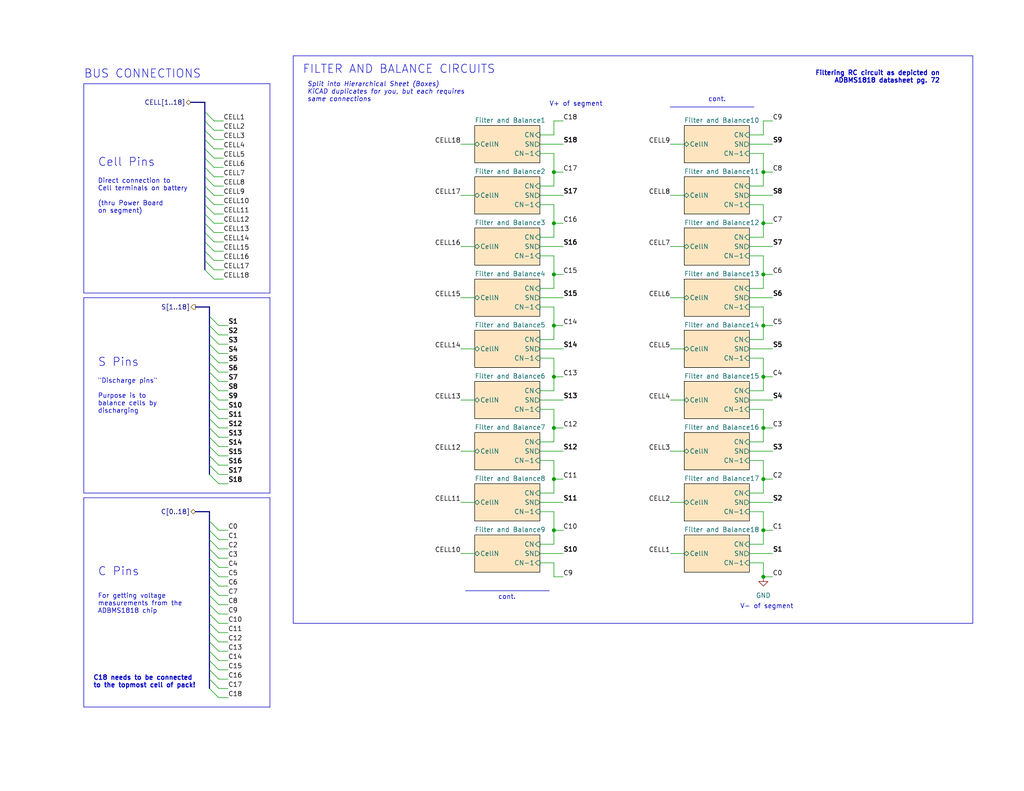
<source format=kicad_sch>
(kicad_sch (version 20230121) (generator eeschema)
  (paper "A")
  (title_block (title "MkVI BMS Cell Supervisory Circuit") (date "2022-12-04") (rev "0") (company "Olin Electric Motorsports"))
  (lib_symbols
    (symbol "power:GND" (power) (pin_names (offset 0))
      (property "Value" "GND" (at 0 -3.81 0))
      (symbol "GND_0_1"
        (polyline (pts (xy 0 0) (xy 0 -1.27) (xy 1.27 -1.27) (xy 0 -2.54) (xy -1.27 -1.27) (xy 0 -1.27)))
      )
      (symbol "GND_1_1"
        (pin power_in line (at 0 0 270) (length 0) hide (name "GND") (number "1"))
      )
    )
  )
  (junction (at 208.28 157.48))
  (junction (at 151.13 116.84))
  (junction (at 208.28 88.9))
  (junction (at 208.28 74.93))
  (junction (at 208.28 46.99))
  (junction (at 151.13 88.9))
  (junction (at 151.13 102.87))
  (junction (at 208.28 116.84))
  (junction (at 151.13 130.81))
  (junction (at 151.13 46.99))
  (junction (at 208.28 102.87))
  (junction (at 151.13 144.78))
  (junction (at 208.28 60.96))
  (junction (at 151.13 74.93))
  (junction (at 151.13 60.96))
  (junction (at 208.28 130.81))
  (junction (at 208.28 144.78))
  (bus_entry (at 55.88 50.8) (size 2.54 2.54))
  (bus_entry (at 57.15 185.42) (size 2.54 2.54))
  (bus_entry (at 57.15 172.72) (size 2.54 2.54))
  (bus_entry (at 57.15 147.32) (size 2.54 2.54))
  (bus_entry (at 57.15 96.52) (size 2.54 2.54))
  (bus_entry (at 57.15 170.18) (size 2.54 2.54))
  (bus_entry (at 55.88 68.58) (size 2.54 2.54))
  (bus_entry (at 57.15 149.86) (size 2.54 2.54))
  (bus_entry (at 57.15 93.98) (size 2.54 2.54))
  (bus_entry (at 55.88 55.88) (size 2.54 2.54))
  (bus_entry (at 57.15 182.88) (size 2.54 2.54))
  (bus_entry (at 55.88 58.42) (size 2.54 2.54))
  (bus_entry (at 57.15 144.78) (size 2.54 2.54))
  (bus_entry (at 57.15 124.46) (size 2.54 2.54))
  (bus_entry (at 57.15 116.84) (size 2.54 2.54))
  (bus_entry (at 55.88 40.64) (size 2.54 2.54))
  (bus_entry (at 57.15 154.94) (size 2.54 2.54))
  (bus_entry (at 55.88 45.72) (size 2.54 2.54))
  (bus_entry (at 57.15 106.68) (size 2.54 2.54))
  (bus_entry (at 55.88 73.66) (size 2.54 2.54))
  (bus_entry (at 57.15 180.34) (size 2.54 2.54))
  (bus_entry (at 57.15 99.06) (size 2.54 2.54))
  (bus_entry (at 55.88 35.56) (size 2.54 2.54))
  (bus_entry (at 57.15 187.96) (size 2.54 2.54))
  (bus_entry (at 57.15 88.9) (size 2.54 2.54))
  (bus_entry (at 57.15 121.92) (size 2.54 2.54))
  (bus_entry (at 55.88 48.26) (size 2.54 2.54))
  (bus_entry (at 55.88 43.18) (size 2.54 2.54))
  (bus_entry (at 57.15 152.4) (size 2.54 2.54))
  (bus_entry (at 57.15 109.22) (size 2.54 2.54))
  (bus_entry (at 57.15 175.26) (size 2.54 2.54))
  (bus_entry (at 55.88 33.02) (size 2.54 2.54))
  (bus_entry (at 57.15 167.64) (size 2.54 2.54))
  (bus_entry (at 55.88 30.48) (size 2.54 2.54))
  (bus_entry (at 57.15 162.56) (size 2.54 2.54))
  (bus_entry (at 57.15 86.36) (size 2.54 2.54))
  (bus_entry (at 57.15 165.1) (size 2.54 2.54))
  (bus_entry (at 57.15 119.38) (size 2.54 2.54))
  (bus_entry (at 57.15 129.54) (size 2.54 2.54))
  (bus_entry (at 57.15 111.76) (size 2.54 2.54))
  (bus_entry (at 57.15 127) (size 2.54 2.54))
  (bus_entry (at 57.15 101.6) (size 2.54 2.54))
  (bus_entry (at 57.15 177.8) (size 2.54 2.54))
  (bus_entry (at 55.88 38.1) (size 2.54 2.54))
  (bus_entry (at 57.15 157.48) (size 2.54 2.54))
  (bus_entry (at 57.15 114.3) (size 2.54 2.54))
  (bus_entry (at 55.88 60.96) (size 2.54 2.54))
  (bus_entry (at 55.88 53.34) (size 2.54 2.54))
  (bus_entry (at 55.88 71.12) (size 2.54 2.54))
  (bus_entry (at 57.15 104.14) (size 2.54 2.54))
  (bus_entry (at 57.15 160.02) (size 2.54 2.54))
  (bus_entry (at 55.88 66.04) (size 2.54 2.54))
  (bus_entry (at 55.88 63.5) (size 2.54 2.54))
  (bus_entry (at 57.15 91.44) (size 2.54 2.54))
  (bus_entry (at 57.15 142.24) (size 2.54 2.54))
  (wire (pts (xy 186.69 137.16) (xy 182.88 137.16)))
  (bus (pts (xy 57.15 109.22) (xy 57.15 111.76)))
  (bus (pts (xy 57.15 104.14) (xy 57.15 106.68)))
  (wire (pts (xy 147.32 69.85) (xy 151.13 69.85)))
  (wire (pts (xy 59.69 116.84) (xy 62.23 116.84)))
  (wire (pts (xy 58.42 45.72) (xy 60.96 45.72)))
  (bus (pts (xy 57.15 99.06) (xy 57.15 101.6)))
  (wire (pts (xy 59.69 182.88) (xy 62.23 182.88)))
  (wire (pts (xy 204.47 151.13) (xy 210.82 151.13)))
  (bus (pts (xy 55.88 50.8) (xy 55.88 53.34)))
  (bus (pts (xy 57.15 175.26) (xy 57.15 177.8)))
  (wire (pts (xy 59.69 132.08) (xy 62.23 132.08)))
  (bus (pts (xy 57.15 149.86) (xy 57.15 152.4)))
  (wire (pts (xy 151.13 41.91) (xy 147.32 41.91)))
  (wire (pts (xy 59.69 104.14) (xy 62.23 104.14)))
  (bus (pts (xy 57.15 96.52) (xy 57.15 99.06)))
  (polyline (pts (xy 22.86 135.89) (xy 73.66 135.89)))
  (wire (pts (xy 151.13 106.68) (xy 147.32 106.68)))
  (wire (pts (xy 186.69 39.37) (xy 182.88 39.37)))
  (wire (pts (xy 151.13 111.76) (xy 151.13 116.84)))
  (wire (pts (xy 151.13 130.81) (xy 153.67 130.81)))
  (wire (pts (xy 204.47 53.34) (xy 210.82 53.34)))
  (bus (pts (xy 57.15 154.94) (xy 57.15 157.48)))
  (polyline (pts (xy 127 161.29) (xy 149.86 161.29)))
  (wire (pts (xy 129.54 109.22) (xy 125.73 109.22)))
  (wire (pts (xy 208.28 55.88) (xy 208.28 60.96)))
  (wire (pts (xy 129.54 39.37) (xy 125.73 39.37)))
  (wire (pts (xy 208.28 116.84) (xy 210.82 116.84)))
  (wire (pts (xy 151.13 60.96) (xy 151.13 55.88)))
  (bus (pts (xy 57.15 91.44) (xy 57.15 93.98)))
  (bus (pts (xy 55.88 40.64) (xy 55.88 43.18)))
  (wire (pts (xy 151.13 125.73) (xy 151.13 130.81)))
  (bus (pts (xy 55.88 35.56) (xy 55.88 38.1)))
  (bus (pts (xy 55.88 68.58) (xy 55.88 71.12)))
  (wire (pts (xy 58.42 33.02) (xy 60.96 33.02)))
  (bus (pts (xy 57.15 160.02) (xy 57.15 162.56)))
  (bus (pts (xy 57.15 119.38) (xy 57.15 121.92)))
  (bus (pts (xy 53.34 83.82) (xy 57.15 83.82)))
  (wire (pts (xy 208.28 102.87) (xy 208.28 106.68)))
  (wire (pts (xy 186.69 53.34) (xy 182.88 53.34)))
  (wire (pts (xy 204.47 69.85) (xy 208.28 69.85)))
  (bus (pts (xy 57.15 88.9) (xy 57.15 91.44)))
  (bus (pts (xy 57.15 144.78) (xy 57.15 147.32)))
  (polyline (pts (xy 80.01 170.18) (xy 265.43 170.18)))
  (wire (pts (xy 151.13 148.59) (xy 147.32 148.59)))
  (wire (pts (xy 58.42 60.96) (xy 60.96 60.96)))
  (wire (pts (xy 59.69 99.06) (xy 62.23 99.06)))
  (wire (pts (xy 204.47 81.28) (xy 210.82 81.28)))
  (wire (pts (xy 147.32 81.28) (xy 153.67 81.28)))
  (wire (pts (xy 151.13 120.65) (xy 147.32 120.65)))
  (wire (pts (xy 208.28 139.7) (xy 208.28 144.78)))
  (bus (pts (xy 57.15 139.7) (xy 57.15 142.24)))
  (wire (pts (xy 147.32 111.76) (xy 151.13 111.76)))
  (wire (pts (xy 208.28 69.85) (xy 208.28 74.93)))
  (wire (pts (xy 151.13 92.71) (xy 151.13 88.9)))
  (wire (pts (xy 204.47 83.82) (xy 208.28 83.82)))
  (bus (pts (xy 55.88 63.5) (xy 55.88 66.04)))
  (wire (pts (xy 147.32 64.77) (xy 151.13 64.77)))
  (bus (pts (xy 55.88 71.12) (xy 55.88 73.66)))
  (wire (pts (xy 186.69 109.22) (xy 182.88 109.22)))
  (wire (pts (xy 151.13 74.93) (xy 151.13 78.74)))
  (wire (pts (xy 151.13 46.99) (xy 151.13 50.8)))
  (polyline (pts (xy 22.86 81.28) (xy 73.66 81.28)))
  (bus (pts (xy 57.15 162.56) (xy 57.15 165.1)))
  (wire (pts (xy 59.69 175.26) (xy 62.23 175.26)))
  (wire (pts (xy 208.28 92.71) (xy 204.47 92.71)))
  (wire (pts (xy 59.69 96.52) (xy 62.23 96.52)))
  (bus (pts (xy 57.15 86.36) (xy 57.15 88.9)))
  (wire (pts (xy 59.69 154.94) (xy 62.23 154.94)))
  (bus (pts (xy 55.88 45.72) (xy 55.88 48.26)))
  (wire (pts (xy 204.47 120.65) (xy 208.28 120.65)))
  (wire (pts (xy 59.69 160.02) (xy 62.23 160.02)))
  (polyline (pts (xy 22.86 22.86) (xy 73.66 22.86)))
  (bus (pts (xy 57.15 93.98) (xy 57.15 96.52)))
  (wire (pts (xy 147.32 137.16) (xy 153.67 137.16)))
  (wire (pts (xy 58.42 35.56) (xy 60.96 35.56)))
  (wire (pts (xy 208.28 33.02) (xy 210.82 33.02)))
  (wire (pts (xy 204.47 67.31) (xy 210.82 67.31)))
  (wire (pts (xy 151.13 46.99) (xy 153.67 46.99)))
  (bus (pts (xy 57.15 152.4) (xy 57.15 154.94)))
  (wire (pts (xy 59.69 177.8) (xy 62.23 177.8)))
  (wire (pts (xy 58.42 50.8) (xy 60.96 50.8)))
  (wire (pts (xy 59.69 109.22) (xy 62.23 109.22)))
  (bus (pts (xy 55.88 27.94) (xy 55.88 30.48)))
  (wire (pts (xy 208.28 78.74) (xy 204.47 78.74)))
  (wire (pts (xy 129.54 81.28) (xy 125.73 81.28)))
  (wire (pts (xy 204.47 123.19) (xy 210.82 123.19)))
  (polyline (pts (xy 22.86 81.28) (xy 22.86 134.62)))
  (wire (pts (xy 204.47 125.73) (xy 208.28 125.73)))
  (wire (pts (xy 59.69 165.1) (xy 62.23 165.1)))
  (wire (pts (xy 208.28 144.78) (xy 210.82 144.78)))
  (wire (pts (xy 59.69 162.56) (xy 62.23 162.56)))
  (wire (pts (xy 59.69 106.68) (xy 62.23 106.68)))
  (wire (pts (xy 186.69 123.19) (xy 182.88 123.19)))
  (wire (pts (xy 59.69 147.32) (xy 62.23 147.32)))
  (wire (pts (xy 58.42 48.26) (xy 60.96 48.26)))
  (wire (pts (xy 147.32 39.37) (xy 153.67 39.37)))
  (wire (pts (xy 151.13 69.85) (xy 151.13 74.93)))
  (wire (pts (xy 208.28 64.77) (xy 204.47 64.77)))
  (wire (pts (xy 59.69 152.4) (xy 62.23 152.4)))
  (wire (pts (xy 59.69 167.64) (xy 62.23 167.64)))
  (wire (pts (xy 147.32 67.31) (xy 153.67 67.31)))
  (polyline (pts (xy 22.86 22.86) (xy 22.86 80.01)))
  (wire (pts (xy 208.28 111.76) (xy 204.47 111.76)))
  (wire (pts (xy 186.69 67.31) (xy 182.88 67.31)))
  (wire (pts (xy 208.28 125.73) (xy 208.28 130.81)))
  (wire (pts (xy 147.32 50.8) (xy 151.13 50.8)))
  (wire (pts (xy 208.28 153.67) (xy 208.28 157.48)))
  (wire (pts (xy 204.47 55.88) (xy 208.28 55.88)))
  (bus (pts (xy 57.15 101.6) (xy 57.15 104.14)))
  (bus (pts (xy 57.15 116.84) (xy 57.15 119.38)))
  (wire (pts (xy 147.32 109.22) (xy 153.67 109.22)))
  (wire (pts (xy 58.42 73.66) (xy 60.96 73.66)))
  (bus (pts (xy 55.88 66.04) (xy 55.88 68.58)))
  (wire (pts (xy 129.54 137.16) (xy 125.73 137.16)))
  (wire (pts (xy 153.67 33.02) (xy 151.13 33.02)))
  (wire (pts (xy 208.28 97.79) (xy 208.28 102.87)))
  (bus (pts (xy 57.15 121.92) (xy 57.15 124.46)))
  (wire (pts (xy 58.42 63.5) (xy 60.96 63.5)))
  (bus (pts (xy 57.15 172.72) (xy 57.15 175.26)))
  (wire (pts (xy 208.28 144.78) (xy 208.28 148.59)))
  (wire (pts (xy 208.28 74.93) (xy 210.82 74.93)))
  (wire (pts (xy 59.69 170.18) (xy 62.23 170.18)))
  (bus (pts (xy 57.15 127) (xy 57.15 129.54)))
  (bus (pts (xy 57.15 165.1) (xy 57.15 167.64)))
  (wire (pts (xy 58.42 71.12) (xy 60.96 71.12)))
  (wire (pts (xy 151.13 83.82) (xy 147.32 83.82)))
  (wire (pts (xy 208.28 120.65) (xy 208.28 116.84)))
  (wire (pts (xy 59.69 190.5) (xy 62.23 190.5)))
  (polyline (pts (xy 73.66 193.04) (xy 22.86 193.04)))
  (bus (pts (xy 57.15 170.18) (xy 57.15 172.72)))
  (bus (pts (xy 57.15 180.34) (xy 57.15 182.88)))
  (wire (pts (xy 151.13 64.77) (xy 151.13 60.96)))
  (polyline (pts (xy 73.66 80.01) (xy 22.86 80.01)))
  (wire (pts (xy 208.28 33.02) (xy 208.28 36.83)))
  (wire (pts (xy 204.47 139.7) (xy 208.28 139.7)))
  (wire (pts (xy 147.32 95.25) (xy 153.67 95.25)))
  (wire (pts (xy 129.54 123.19) (xy 125.73 123.19)))
  (wire (pts (xy 58.42 68.58) (xy 60.96 68.58)))
  (wire (pts (xy 208.28 130.81) (xy 208.28 134.62)))
  (wire (pts (xy 204.47 97.79) (xy 208.28 97.79)))
  (bus (pts (xy 55.88 38.1) (xy 55.88 40.64)))
  (wire (pts (xy 59.69 121.92) (xy 62.23 121.92)))
  (wire (pts (xy 151.13 46.99) (xy 151.13 41.91)))
  (bus (pts (xy 52.07 27.94) (xy 55.88 27.94)))
  (wire (pts (xy 147.32 92.71) (xy 151.13 92.71)))
  (wire (pts (xy 59.69 149.86) (xy 62.23 149.86)))
  (wire (pts (xy 151.13 116.84) (xy 153.67 116.84)))
  (bus (pts (xy 55.88 60.96) (xy 55.88 63.5)))
  (wire (pts (xy 58.42 38.1) (xy 60.96 38.1)))
  (wire (pts (xy 208.28 60.96) (xy 208.28 64.77)))
  (wire (pts (xy 59.69 127) (xy 62.23 127)))
  (wire (pts (xy 58.42 76.2) (xy 60.96 76.2)))
  (wire (pts (xy 204.47 41.91) (xy 208.28 41.91)))
  (bus (pts (xy 55.88 43.18) (xy 55.88 45.72)))
  (wire (pts (xy 208.28 60.96) (xy 210.82 60.96)))
  (wire (pts (xy 58.42 53.34) (xy 60.96 53.34)))
  (wire (pts (xy 151.13 78.74) (xy 147.32 78.74)))
  (bus (pts (xy 55.88 55.88) (xy 55.88 58.42)))
  (bus (pts (xy 53.34 139.7) (xy 57.15 139.7)))
  (wire (pts (xy 208.28 50.8) (xy 204.47 50.8)))
  (wire (pts (xy 204.47 153.67) (xy 208.28 153.67)))
  (wire (pts (xy 58.42 58.42) (xy 60.96 58.42)))
  (wire (pts (xy 208.28 134.62) (xy 204.47 134.62)))
  (wire (pts (xy 208.28 83.82) (xy 208.28 88.9)))
  (wire (pts (xy 58.42 66.04) (xy 60.96 66.04)))
  (bus (pts (xy 55.88 48.26) (xy 55.88 50.8)))
  (wire (pts (xy 151.13 74.93) (xy 153.67 74.93)))
  (wire (pts (xy 129.54 151.13) (xy 125.73 151.13)))
  (wire (pts (xy 59.69 187.96) (xy 62.23 187.96)))
  (polyline (pts (xy 73.66 22.86) (xy 73.66 80.01)))
  (wire (pts (xy 186.69 151.13) (xy 182.88 151.13)))
  (wire (pts (xy 208.28 41.91) (xy 208.28 46.99)))
  (wire (pts (xy 59.69 88.9) (xy 62.23 88.9)))
  (wire (pts (xy 147.32 139.7) (xy 151.13 139.7)))
  (wire (pts (xy 151.13 36.83) (xy 147.32 36.83)))
  (wire (pts (xy 208.28 74.93) (xy 208.28 78.74)))
  (bus (pts (xy 55.88 30.48) (xy 55.88 33.02)))
  (wire (pts (xy 147.32 53.34) (xy 153.67 53.34)))
  (bus (pts (xy 55.88 53.34) (xy 55.88 55.88)))
  (wire (pts (xy 59.69 157.48) (xy 62.23 157.48)))
  (wire (pts (xy 208.28 46.99) (xy 210.82 46.99)))
  (polyline (pts (xy 265.43 170.18) (xy 265.43 15.24)))
  (wire (pts (xy 204.47 95.25) (xy 210.82 95.25)))
  (polyline (pts (xy 73.66 81.28) (xy 73.66 134.62)))
  (wire (pts (xy 59.69 119.38) (xy 62.23 119.38)))
  (wire (pts (xy 129.54 95.25) (xy 125.73 95.25)))
  (polyline (pts (xy 80.01 15.24) (xy 80.01 170.18)))
  (wire (pts (xy 58.42 43.18) (xy 60.96 43.18)))
  (wire (pts (xy 151.13 55.88) (xy 147.32 55.88)))
  (wire (pts (xy 59.69 93.98) (xy 62.23 93.98)))
  (wire (pts (xy 59.69 185.42) (xy 62.23 185.42)))
  (bus (pts (xy 55.88 58.42) (xy 55.88 60.96)))
  (bus (pts (xy 57.15 114.3) (xy 57.15 116.84)))
  (wire (pts (xy 58.42 40.64) (xy 60.96 40.64)))
  (wire (pts (xy 151.13 97.79) (xy 151.13 102.87)))
  (wire (pts (xy 147.32 151.13) (xy 153.67 151.13)))
  (bus (pts (xy 57.15 167.64) (xy 57.15 170.18)))
  (bus (pts (xy 57.15 106.68) (xy 57.15 109.22)))
  (wire (pts (xy 151.13 139.7) (xy 151.13 144.78)))
  (bus (pts (xy 57.15 124.46) (xy 57.15 127)))
  (wire (pts (xy 59.69 124.46) (xy 62.23 124.46)))
  (wire (pts (xy 208.28 116.84) (xy 208.28 111.76)))
  (wire (pts (xy 147.32 153.67) (xy 151.13 153.67)))
  (bus (pts (xy 55.88 33.02) (xy 55.88 35.56)))
  (wire (pts (xy 151.13 116.84) (xy 151.13 120.65)))
  (polyline (pts (xy 205.74 29.21) (xy 182.88 29.21)))
  (polyline (pts (xy 73.66 134.62) (xy 22.86 134.62)))
  (bus (pts (xy 57.15 177.8) (xy 57.15 180.34)))
  (wire (pts (xy 59.69 172.72) (xy 62.23 172.72)))
  (bus (pts (xy 57.15 157.48) (xy 57.15 160.02)))
  (wire (pts (xy 59.69 144.78) (xy 62.23 144.78)))
  (wire (pts (xy 59.69 111.76) (xy 62.23 111.76)))
  (wire (pts (xy 208.28 130.81) (xy 210.82 130.81)))
  (bus (pts (xy 57.15 185.42) (xy 57.15 187.96)))
  (wire (pts (xy 204.47 36.83) (xy 208.28 36.83)))
  (wire (pts (xy 147.32 125.73) (xy 151.13 125.73)))
  (wire (pts (xy 59.69 101.6) (xy 62.23 101.6)))
  (wire (pts (xy 59.69 114.3) (xy 62.23 114.3)))
  (bus (pts (xy 57.15 83.82) (xy 57.15 86.36)))
  (wire (pts (xy 59.69 91.44) (xy 62.23 91.44)))
  (wire (pts (xy 208.28 157.48) (xy 210.82 157.48)))
  (wire (pts (xy 147.32 97.79) (xy 151.13 97.79)))
  (wire (pts (xy 208.28 148.59) (xy 204.47 148.59)))
  (wire (pts (xy 208.28 106.68) (xy 204.47 106.68)))
  (wire (pts (xy 129.54 67.31) (xy 125.73 67.31)))
  (wire (pts (xy 151.13 130.81) (xy 151.13 134.62)))
  (wire (pts (xy 186.69 95.25) (xy 182.88 95.25)))
  (wire (pts (xy 208.28 88.9) (xy 210.82 88.9)))
  (wire (pts (xy 59.69 129.54) (xy 62.23 129.54)))
  (wire (pts (xy 151.13 102.87) (xy 153.67 102.87)))
  (wire (pts (xy 151.13 88.9) (xy 153.67 88.9)))
  (bus (pts (xy 57.15 147.32) (xy 57.15 149.86)))
  (wire (pts (xy 59.69 180.34) (xy 62.23 180.34)))
  (wire (pts (xy 204.47 109.22) (xy 210.82 109.22)))
  (wire (pts (xy 208.28 46.99) (xy 208.28 50.8)))
  (wire (pts (xy 151.13 33.02) (xy 151.13 36.83)))
  (wire (pts (xy 151.13 102.87) (xy 151.13 106.68)))
  (wire (pts (xy 151.13 60.96) (xy 153.67 60.96)))
  (wire (pts (xy 151.13 144.78) (xy 151.13 148.59)))
  (wire (pts (xy 204.47 137.16) (xy 210.82 137.16)))
  (bus (pts (xy 57.15 182.88) (xy 57.15 185.42)))
  (wire (pts (xy 208.28 88.9) (xy 208.28 92.71)))
  (wire (pts (xy 129.54 53.34) (xy 125.73 53.34)))
  (polyline (pts (xy 22.86 135.89) (xy 22.86 193.04)))
  (wire (pts (xy 147.32 123.19) (xy 153.67 123.19)))
  (bus (pts (xy 57.15 111.76) (xy 57.15 114.3)))
  (polyline (pts (xy 265.43 15.24) (xy 80.01 15.24)))
  (bus (pts (xy 57.15 142.24) (xy 57.15 144.78)))
  (wire (pts (xy 151.13 153.67) (xy 151.13 157.48)))
  (wire (pts (xy 208.28 102.87) (xy 210.82 102.87)))
  (wire (pts (xy 151.13 144.78) (xy 153.67 144.78)))
  (wire (pts (xy 151.13 134.62) (xy 147.32 134.62)))
  (wire (pts (xy 151.13 88.9) (xy 151.13 83.82)))
  (wire (pts (xy 58.42 55.88) (xy 60.96 55.88)))
  (wire (pts (xy 151.13 157.48) (xy 153.67 157.48)))
  (wire (pts (xy 186.69 81.28) (xy 182.88 81.28)))
  (polyline (pts (xy 73.66 135.89) (xy 73.66 193.04)))
  (wire (pts (xy 204.47 39.37) (xy 210.82 39.37)))
  (text "BUS CONNECTIONS" (at 22.86 21.59 0) (effects (font (size 2.2606 2.2606)) (justify left bottom)))
  (text "C18 needs to be connected\nto the topmost cell of pack!" (at 25.4 187.96 0) (effects (font (size 1.27 1.27) (thickness 0.254) bold) (justify left bottom)))
  (text "For getting voltage\nmeasurements from the\nADBMS1818 chip" (at 26.67 167.64 0) (effects (font (size 1.27 1.27)) (justify left bottom)))
  (text "cont." (at 135.89 163.83 0) (effects (font (size 1.27 1.27)) (justify left bottom)))
  (text "Cell Pins" (at 26.67 45.72 0) (effects (font (size 2.2606 2.2606)) (justify left bottom)))
  (text "Direct connection to\nCell terminals on battery\n\n(thru Power Board\non segment)" (at 26.67 58.42 0) (effects (font (size 1.27 1.27)) (justify left bottom)))
  (text "cont." (at 198.12 27.94 0) (effects (font (size 1.27 1.27)) (justify right bottom)))
  (text "C Pins" (at 26.67 157.48 0) (effects (font (size 2.2606 2.2606)) (justify left bottom)))
  (text "V+ of segment" (at 149.86 29.21 0) (effects (font (size 1.27 1.27)) (justify left bottom)))
  (text "Filtering RC circuit as depicted on\nADBMS1818 datasheet pg. 72" (at 256.54 22.86 0) (effects (font (size 1.27 1.27) (thickness 0.254) bold) (justify right bottom)))
  (text "V- of segment" (at 201.93 166.37 0) (effects (font (size 1.27 1.27)) (justify left bottom)))
  (text "FILTER AND BALANCE CIRCUITS" (at 82.55 20.32 0) (effects (font (size 2.2606 2.2606)) (justify left bottom)))
  (text "S Pins" (at 26.67 100.33 0) (effects (font (size 2.2606 2.2606)) (justify left bottom)))
  (text "\"Discharge pins\"\n\nPurpose is to\nbalance cells by\ndischarging" (at 26.67 113.03 0) (effects (font (size 1.27 1.27)) (justify left bottom)))
  (text "Split into Hierarchical Sheet (Boxes)\nKiCAD duplicates for you, but each requires\nsame connections" (at 83.82 27.94 0) (effects (font (size 1.27 1.27) italic) (justify left bottom)))
  (label "C9" (at 62.23 167.64 0))
  (label "S12" (at 153.67 123.19 0) (effects (font (thickness 0.254) bold)))
  (label "CELL16" (at 125.73 67.31 180))
  (label "CELL8" (at 60.96 50.8 0))
  (label "S5" (at 62.23 99.06 0) (effects (font (thickness 0.254) bold)))
  (label "C3" (at 210.82 116.84 0))
  (label "CELL16" (at 60.96 71.12 0))
  (label "S11" (at 153.67 137.16 0) (effects (font (thickness 0.254) bold)))
  (label "C18" (at 153.67 33.02 0))
  (label "C16" (at 153.67 60.96 0))
  (label "S13" (at 62.23 119.38 0) (effects (font (thickness 0.254) bold)))
  (label "CELL6" (at 182.88 81.28 180))
  (label "S18" (at 62.23 132.08 0) (effects (font (thickness 0.254) bold)))
  (label "S8" (at 210.82 53.34 0) (effects (font (thickness 0.254) bold)))
  (label "CELL3" (at 182.88 123.19 180))
  (label "CELL10" (at 60.96 55.88 0))
  (label "CELL10" (at 125.73 151.13 180))
  (label "S10" (at 153.67 151.13 0) (effects (font (thickness 0.254) bold)))
  (label "S9" (at 62.23 109.22 0) (effects (font (thickness 0.254) bold)))
  (label "CELL5" (at 60.96 43.18 0))
  (label "C7" (at 210.82 60.96 0))
  (label "CELL12" (at 60.96 60.96 0))
  (label "CELL13" (at 60.96 63.5 0))
  (label "C10" (at 153.67 144.78 0))
  (label "C6" (at 210.82 74.93 0))
  (label "C2" (at 210.82 130.81 0))
  (label "C11" (at 62.23 172.72 0))
  (label "S1" (at 210.82 151.13 0) (effects (font (thickness 0.254) bold)))
  (label "C15" (at 62.23 182.88 0))
  (label "S3" (at 210.82 123.19 0) (effects (font (thickness 0.254) bold)))
  (label "CELL7" (at 60.96 48.26 0))
  (label "C10" (at 62.23 170.18 0))
  (label "C13" (at 62.23 177.8 0))
  (label "S4" (at 210.82 109.22 0) (effects (font (thickness 0.254) bold)))
  (label "CELL15" (at 60.96 68.58 0))
  (label "C11" (at 153.67 130.81 0))
  (label "C6" (at 62.23 160.02 0))
  (label "C17" (at 153.67 46.99 0))
  (label "CELL2" (at 182.88 137.16 180))
  (label "C8" (at 210.82 46.99 0))
  (label "S16" (at 62.23 127 0) (effects (font (thickness 0.254) bold)))
  (label "C13" (at 153.67 102.87 0))
  (label "C12" (at 153.67 116.84 0))
  (label "S16" (at 153.67 67.31 0) (effects (font (thickness 0.254) bold)))
  (label "S17" (at 153.67 53.34 0) (effects (font (thickness 0.254) bold)))
  (label "S2" (at 210.82 137.16 0) (effects (font (thickness 0.254) bold)))
  (label "S4" (at 62.23 96.52 0) (effects (font (thickness 0.254) bold)))
  (label "C0" (at 210.82 157.48 0))
  (label "S8" (at 62.23 106.68 0) (effects (font (thickness 0.254) bold)))
  (label "C15" (at 153.67 74.93 0))
  (label "S12" (at 62.23 116.84 0) (effects (font (thickness 0.254) bold)))
  (label "CELL18" (at 60.96 76.2 0))
  (label "S7" (at 62.23 104.14 0) (effects (font (thickness 0.254) bold)))
  (label "S18" (at 153.67 39.37 0) (effects (font (thickness 0.254) bold)))
  (label "C8" (at 62.23 165.1 0))
  (label "S11" (at 62.23 114.3 0) (effects (font (thickness 0.254) bold)))
  (label "CELL9" (at 60.96 53.34 0))
  (label "C5" (at 210.82 88.9 0))
  (label "CELL11" (at 60.96 58.42 0))
  (label "S1" (at 62.23 88.9 0) (effects (font (thickness 0.254) bold)))
  (label "CELL12" (at 125.73 123.19 180))
  (label "C4" (at 210.82 102.87 0))
  (label "C4" (at 62.23 154.94 0))
  (label "CELL11" (at 125.73 137.16 180))
  (label "CELL4" (at 182.88 109.22 180))
  (label "S5" (at 210.82 95.25 0) (effects (font (thickness 0.254) bold)))
  (label "CELL14" (at 125.73 95.25 180))
  (label "S2" (at 62.23 91.44 0) (effects (font (thickness 0.254) bold)))
  (label "S3" (at 62.23 93.98 0) (effects (font (thickness 0.254) bold)))
  (label "C16" (at 62.23 185.42 0))
  (label "C7" (at 62.23 162.56 0))
  (label "CELL15" (at 125.73 81.28 180))
  (label "C1" (at 210.82 144.78 0))
  (label "CELL18" (at 125.73 39.37 180))
  (label "S13" (at 153.67 109.22 0) (effects (font (thickness 0.254) bold)))
  (label "CELL1" (at 182.88 151.13 180))
  (label "CELL9" (at 182.88 39.37 180))
  (label "CELL6" (at 60.96 45.72 0))
  (label "C14" (at 153.67 88.9 0))
  (label "S6" (at 62.23 101.6 0) (effects (font (thickness 0.254) bold)))
  (label "CELL1" (at 60.96 33.02 0))
  (label "CELL13" (at 125.73 109.22 180))
  (label "C2" (at 62.23 149.86 0))
  (label "S14" (at 153.67 95.25 0) (effects (font (thickness 0.254) bold)))
  (label "CELL17" (at 60.96 73.66 0))
  (label "S6" (at 210.82 81.28 0) (effects (font (thickness 0.254) bold)))
  (label "C0" (at 62.23 144.78 0))
  (label "CELL4" (at 60.96 40.64 0))
  (label "CELL3" (at 60.96 38.1 0))
  (label "CELL7" (at 182.88 67.31 180))
  (label "CELL2" (at 60.96 35.56 0))
  (label "S7" (at 210.82 67.31 0) (effects (font (thickness 0.254) bold)))
  (label "C5" (at 62.23 157.48 0))
  (label "S14" (at 62.23 121.92 0) (effects (font (thickness 0.254) bold)))
  (label "C9" (at 210.82 33.02 0))
  (label "S17" (at 62.23 129.54 0) (effects (font (thickness 0.254) bold)))
  (label "C9" (at 153.67 157.48 0))
  (label "CELL8" (at 182.88 53.34 180))
  (label "S9" (at 210.82 39.37 0) (effects (font (thickness 0.254) bold)))
  (label "S10" (at 62.23 111.76 0) (effects (font (thickness 0.254) bold)))
  (label "CELL14" (at 60.96 66.04 0))
  (label "CELL5" (at 182.88 95.25 180))
  (label "C14" (at 62.23 180.34 0))
  (label "C18" (at 62.23 190.5 0))
  (label "C12" (at 62.23 175.26 0))
  (label "CELL17" (at 125.73 53.34 180))
  (label "S15" (at 153.67 81.28 0) (effects (font (thickness 0.254) bold)))
  (label "S15" (at 62.23 124.46 0) (effects (font (thickness 0.254) bold)))
  (label "C1" (at 62.23 147.32 0))
  (label "C3" (at 62.23 152.4 0))
  (label "C17" (at 62.23 187.96 0))
  (hierarchical_label "C[0..18]" (shape bidirectional) (at 53.34 139.7 180))
  (hierarchical_label "CELL[1..18]" (shape bidirectional) (at 52.07 27.94 180))
  (hierarchical_label "S[1..18]" (shape output) (at 53.34 83.82 180))
  (symbol (lib_id "power:GND") (at 208.28 157.48 0) (unit 1)
    (property "Reference" "#PWR?" (effects hide))
    (property "Value" "GND" (at 208.28 162.56 0))
  )
  (sheet (at 186.69 62.23) (size 17.78 10.16) (stroke (width 0.1524) (color 0 0 0 1)) (fill (color 255 229 191 1.0000))
    (property "Sheetname" "Filter and Balance12" (at 186.69 61.5184 0) (effects (justify left bottom)))
    (property "Sheetfile" "filter-balance.kicad_sch" (effects hide))
    (pin "CN-1" input (at 204.47 69.85 0))
    (pin "SN" output (at 204.47 67.31 0))
    (pin "CN" input (at 204.47 64.77 0))
    (pin "CellN" bidirectional (at 186.69 67.31 180))
  )
  (sheet (at 186.69 104.14) (size 17.78 10.16) (stroke (width 0.1524) (color 0 0 0 1)) (fill (color 255 229 191 1.0000))
    (property "Sheetname" "Filter and Balance15" (at 186.69 103.4284 0) (effects (justify left bottom)))
    (property "Sheetfile" "filter-balance.kicad_sch" (effects hide))
    (pin "CN-1" input (at 204.47 111.76 0))
    (pin "SN" output (at 204.47 109.22 0))
    (pin "CN" input (at 204.47 106.68 0))
    (pin "CellN" bidirectional (at 186.69 109.22 180))
  )
  (sheet (at 186.69 34.29) (size 17.78 10.16) (stroke (width 0.1524) (color 0 0 0 1)) (fill (color 255 229 191 1.0000))
    (property "Sheetname" "Filter and Balance10" (at 186.69 33.5784 0) (effects (justify left bottom)))
    (property "Sheetfile" "filter-balance.kicad_sch" (effects hide))
    (pin "CN-1" input (at 204.47 41.91 0))
    (pin "SN" output (at 204.47 39.37 0))
    (pin "CN" input (at 204.47 36.83 0))
    (pin "CellN" bidirectional (at 186.69 39.37 180))
  )
  (sheet (at 129.54 76.2) (size 17.78 10.16) (stroke (width 0.1524) (color 0 0 0 1)) (fill (color 255 229 191 1.0000))
    (property "Sheetname" "Filter and Balance4" (at 129.54 75.4884 0) (effects (justify left bottom)))
    (property "Sheetfile" "filter-balance.kicad_sch" (effects hide))
    (pin "CN-1" input (at 147.32 83.82 0))
    (pin "SN" output (at 147.32 81.28 0))
    (pin "CN" input (at 147.32 78.74 0))
    (pin "CellN" bidirectional (at 129.54 81.28 180))
  )
  (sheet (at 129.54 132.08) (size 17.78 10.16) (stroke (width 0.1524) (color 0 0 0 1)) (fill (color 255 229 191 1.0000))
    (property "Sheetname" "Filter and Balance8" (at 129.54 131.3684 0) (effects (justify left bottom)))
    (property "Sheetfile" "filter-balance.kicad_sch" (effects hide))
    (pin "CN-1" input (at 147.32 139.7 0))
    (pin "SN" output (at 147.32 137.16 0))
    (pin "CN" input (at 147.32 134.62 0))
    (pin "CellN" bidirectional (at 129.54 137.16 180))
  )
  (sheet (at 186.69 118.11) (size 17.78 10.16) (stroke (width 0.1524) (color 0 0 0 1)) (fill (color 255 229 191 1.0000))
    (property "Sheetname" "Filter and Balance16" (at 186.69 117.3984 0) (effects (justify left bottom)))
    (property "Sheetfile" "filter-balance.kicad_sch" (effects hide))
    (pin "CN-1" input (at 204.47 125.73 0))
    (pin "SN" output (at 204.47 123.19 0))
    (pin "CN" input (at 204.47 120.65 0))
    (pin "CellN" bidirectional (at 186.69 123.19 180))
  )
  (sheet (at 129.54 48.26) (size 17.78 10.16) (stroke (width 0.1524) (color 0 0 0 1)) (fill (color 255 229 191 1.0000))
    (property "Sheetname" "Filter and Balance2" (at 129.54 47.5484 0) (effects (justify left bottom)))
    (property "Sheetfile" "filter-balance.kicad_sch" (effects hide))
    (pin "CN-1" input (at 147.32 55.88 0))
    (pin "SN" output (at 147.32 53.34 0))
    (pin "CN" input (at 147.32 50.8 0))
    (pin "CellN" bidirectional (at 129.54 53.34 180))
  )
  (sheet (at 186.69 48.26) (size 17.78 10.16) (stroke (width 0.1524) (color 0 0 0 1)) (fill (color 255 229 191 1.0000))
    (property "Sheetname" "Filter and Balance11" (at 186.69 47.5484 0) (effects (justify left bottom)))
    (property "Sheetfile" "filter-balance.kicad_sch" (effects hide))
    (pin "CN-1" input (at 204.47 55.88 0))
    (pin "SN" output (at 204.47 53.34 0))
    (pin "CN" input (at 204.47 50.8 0))
    (pin "CellN" bidirectional (at 186.69 53.34 180))
  )
  (sheet (at 186.69 76.2) (size 17.78 10.16) (stroke (width 0.1524) (color 0 0 0 1)) (fill (color 255 229 191 1.0000))
    (property "Sheetname" "Filter and Balance13" (at 186.69 75.4884 0) (effects (justify left bottom)))
    (property "Sheetfile" "filter-balance.kicad_sch" (effects hide))
    (pin "CN-1" input (at 204.47 83.82 0))
    (pin "SN" output (at 204.47 81.28 0))
    (pin "CN" input (at 204.47 78.74 0))
    (pin "CellN" bidirectional (at 186.69 81.28 180))
  )
  (sheet (at 186.69 90.17) (size 17.78 10.16) (stroke (width 0.1524) (color 0 0 0 1)) (fill (color 255 229 191 1.0000))
    (property "Sheetname" "Filter and Balance14" (at 186.69 89.4584 0) (effects (justify left bottom)))
    (property "Sheetfile" "filter-balance.kicad_sch" (effects hide))
    (pin "CN-1" input (at 204.47 97.79 0))
    (pin "SN" output (at 204.47 95.25 0))
    (pin "CN" input (at 204.47 92.71 0))
    (pin "CellN" bidirectional (at 186.69 95.25 180))
  )
  (sheet (at 129.54 146.05) (size 17.78 10.16) (stroke (width 0.1524) (color 0 0 0 1)) (fill (color 255 229 191 1.0000))
    (property "Sheetname" "Filter and Balance9" (at 129.54 145.3384 0) (effects (justify left bottom)))
    (property "Sheetfile" "filter-balance.kicad_sch" (effects hide))
    (pin "CN-1" input (at 147.32 153.67 0))
    (pin "SN" output (at 147.32 151.13 0))
    (pin "CN" input (at 147.32 148.59 0))
    (pin "CellN" bidirectional (at 129.54 151.13 180))
  )
  (sheet (at 129.54 62.23) (size 17.78 10.16) (stroke (width 0.1524) (color 0 0 0 1)) (fill (color 255 229 191 1.0000))
    (property "Sheetname" "Filter and Balance3" (at 129.54 61.5184 0) (effects (justify left bottom)))
    (property "Sheetfile" "filter-balance.kicad_sch" (effects hide))
    (pin "CN-1" input (at 147.32 69.85 0))
    (pin "SN" output (at 147.32 67.31 0))
    (pin "CN" input (at 147.32 64.77 0))
    (pin "CellN" bidirectional (at 129.54 67.31 180))
  )
  (sheet (at 129.54 90.17) (size 17.78 10.16) (stroke (width 0.1524) (color 0 0 0 1)) (fill (color 255 229 191 1.0000))
    (property "Sheetname" "Filter and Balance5" (at 129.54 89.4584 0) (effects (justify left bottom)))
    (property "Sheetfile" "filter-balance.kicad_sch" (effects hide))
    (pin "CN-1" input (at 147.32 97.79 0))
    (pin "SN" output (at 147.32 95.25 0))
    (pin "CN" input (at 147.32 92.71 0))
    (pin "CellN" bidirectional (at 129.54 95.25 180))
  )
  (sheet (at 186.69 132.08) (size 17.78 10.16) (stroke (width 0.1524) (color 0 0 0 1)) (fill (color 255 229 191 1.0000))
    (property "Sheetname" "Filter and Balance17" (at 186.69 131.3684 0) (effects (justify left bottom)))
    (property "Sheetfile" "filter-balance.kicad_sch" (effects hide))
    (pin "CN-1" input (at 204.47 139.7 0))
    (pin "SN" output (at 204.47 137.16 0))
    (pin "CN" input (at 204.47 134.62 0))
    (pin "CellN" bidirectional (at 186.69 137.16 180))
  )
  (sheet (at 129.54 34.29) (size 17.78 10.16) (stroke (width 0.1524) (color 0 0 0 1)) (fill (color 255 229 191 1.0000))
    (property "Sheetname" "Filter and Balance1" (at 129.54 33.5784 0) (effects (justify left bottom)))
    (property "Sheetfile" "filter-balance.kicad_sch" (effects hide))
    (pin "CN-1" input (at 147.32 41.91 0))
    (pin "SN" output (at 147.32 39.37 0))
    (pin "CN" input (at 147.32 36.83 0))
    (pin "CellN" bidirectional (at 129.54 39.37 180))
  )
  (sheet (at 129.54 118.11) (size 17.78 10.16) (stroke (width 0.1524) (color 0 0 0 1)) (fill (color 255 229 191 1.0000))
    (property "Sheetname" "Filter and Balance7" (at 129.54 117.3984 0) (effects (justify left bottom)))
    (property "Sheetfile" "filter-balance.kicad_sch" (effects hide))
    (pin "CN-1" input (at 147.32 125.73 0))
    (pin "SN" output (at 147.32 123.19 0))
    (pin "CN" input (at 147.32 120.65 0))
    (pin "CellN" bidirectional (at 129.54 123.19 180))
  )
  (sheet (at 129.54 104.14) (size 17.78 10.16) (stroke (width 0.1524) (color 0 0 0 1)) (fill (color 255 229 191 1.0000))
    (property "Sheetname" "Filter and Balance6" (at 129.54 103.4284 0) (effects (justify left bottom)))
    (property "Sheetfile" "filter-balance.kicad_sch" (effects hide))
    (pin "CN-1" input (at 147.32 111.76 0))
    (pin "SN" output (at 147.32 109.22 0))
    (pin "CN" input (at 147.32 106.68 0))
    (pin "CellN" bidirectional (at 129.54 109.22 180))
  )
  (sheet (at 186.69 146.05) (size 17.78 10.16) (stroke (width 0.1524) (color 0 0 0 1)) (fill (color 255 229 191 1.0000))
    (property "Sheetname" "Filter and Balance18" (at 186.69 145.3384 0) (effects (justify left bottom)))
    (property "Sheetfile" "filter-balance.kicad_sch" (effects hide))
    (pin "CN-1" input (at 204.47 153.67 0))
    (pin "SN" output (at 204.47 151.13 0))
    (pin "CN" input (at 204.47 148.59 0))
    (pin "CellN" bidirectional (at 186.69 151.13 180))
  )
)
</source>
